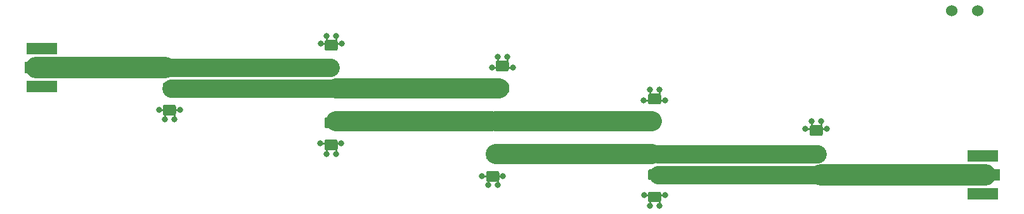
<source format=gbr>
G04 #@! TF.GenerationSoftware,KiCad,Pcbnew,5.1.2-f72e74a~84~ubuntu18.04.1*
G04 #@! TF.CreationDate,2019-07-26T13:12:55+02:00*
G04 #@! TF.ProjectId,filtre_calcule,66696c74-7265-45f6-9361-6c63756c652e,rev?*
G04 #@! TF.SameCoordinates,Original*
G04 #@! TF.FileFunction,Copper,L1,Top*
G04 #@! TF.FilePolarity,Positive*
%FSLAX46Y46*%
G04 Gerber Fmt 4.6, Leading zero omitted, Abs format (unit mm)*
G04 Created by KiCad (PCBNEW 5.1.2-f72e74a~84~ubuntu18.04.1) date 2019-07-26 13:12:55*
%MOMM*%
%LPD*%
G04 APERTURE LIST*
%ADD10C,1.524000*%
%ADD11R,4.060000X1.520000*%
%ADD12R,4.600000X1.520000*%
%ADD13C,0.100000*%
%ADD14C,1.425000*%
%ADD15C,0.800000*%
%ADD16C,0.250000*%
%ADD17C,2.900000*%
%ADD18C,2.440190*%
%ADD19C,2.720420*%
G04 APERTURE END LIST*
D10*
X187325000Y-73025000D03*
X183825000Y-73025000D03*
D11*
X187960000Y-97580000D03*
X187960000Y-92500000D03*
D12*
X187960000Y-95040000D03*
D11*
X62310000Y-78105000D03*
X62310000Y-83185000D03*
D12*
X62310000Y-80645000D03*
D13*
G36*
X144794504Y-94321204D02*
G01*
X144818773Y-94324804D01*
X144842571Y-94330765D01*
X144865671Y-94339030D01*
X144887849Y-94349520D01*
X144908893Y-94362133D01*
X144928598Y-94376747D01*
X144946777Y-94393223D01*
X144963253Y-94411402D01*
X144977867Y-94431107D01*
X144990480Y-94452151D01*
X145000970Y-94474329D01*
X145009235Y-94497429D01*
X145015196Y-94521227D01*
X145018796Y-94545496D01*
X145020000Y-94570000D01*
X145020000Y-95495000D01*
X145018796Y-95519504D01*
X145015196Y-95543773D01*
X145009235Y-95567571D01*
X145000970Y-95590671D01*
X144990480Y-95612849D01*
X144977867Y-95633893D01*
X144963253Y-95653598D01*
X144946777Y-95671777D01*
X144928598Y-95688253D01*
X144908893Y-95702867D01*
X144887849Y-95715480D01*
X144865671Y-95725970D01*
X144842571Y-95734235D01*
X144818773Y-95740196D01*
X144794504Y-95743796D01*
X144770000Y-95745000D01*
X143520000Y-95745000D01*
X143495496Y-95743796D01*
X143471227Y-95740196D01*
X143447429Y-95734235D01*
X143424329Y-95725970D01*
X143402151Y-95715480D01*
X143381107Y-95702867D01*
X143361402Y-95688253D01*
X143343223Y-95671777D01*
X143326747Y-95653598D01*
X143312133Y-95633893D01*
X143299520Y-95612849D01*
X143289030Y-95590671D01*
X143280765Y-95567571D01*
X143274804Y-95543773D01*
X143271204Y-95519504D01*
X143270000Y-95495000D01*
X143270000Y-94570000D01*
X143271204Y-94545496D01*
X143274804Y-94521227D01*
X143280765Y-94497429D01*
X143289030Y-94474329D01*
X143299520Y-94452151D01*
X143312133Y-94431107D01*
X143326747Y-94411402D01*
X143343223Y-94393223D01*
X143361402Y-94376747D01*
X143381107Y-94362133D01*
X143402151Y-94349520D01*
X143424329Y-94339030D01*
X143447429Y-94330765D01*
X143471227Y-94324804D01*
X143495496Y-94321204D01*
X143520000Y-94320000D01*
X144770000Y-94320000D01*
X144794504Y-94321204D01*
X144794504Y-94321204D01*
G37*
D14*
X144145000Y-95032500D03*
D13*
G36*
X144794504Y-97296204D02*
G01*
X144818773Y-97299804D01*
X144842571Y-97305765D01*
X144865671Y-97314030D01*
X144887849Y-97324520D01*
X144908893Y-97337133D01*
X144928598Y-97351747D01*
X144946777Y-97368223D01*
X144963253Y-97386402D01*
X144977867Y-97406107D01*
X144990480Y-97427151D01*
X145000970Y-97449329D01*
X145009235Y-97472429D01*
X145015196Y-97496227D01*
X145018796Y-97520496D01*
X145020000Y-97545000D01*
X145020000Y-98470000D01*
X145018796Y-98494504D01*
X145015196Y-98518773D01*
X145009235Y-98542571D01*
X145000970Y-98565671D01*
X144990480Y-98587849D01*
X144977867Y-98608893D01*
X144963253Y-98628598D01*
X144946777Y-98646777D01*
X144928598Y-98663253D01*
X144908893Y-98677867D01*
X144887849Y-98690480D01*
X144865671Y-98700970D01*
X144842571Y-98709235D01*
X144818773Y-98715196D01*
X144794504Y-98718796D01*
X144770000Y-98720000D01*
X143520000Y-98720000D01*
X143495496Y-98718796D01*
X143471227Y-98715196D01*
X143447429Y-98709235D01*
X143424329Y-98700970D01*
X143402151Y-98690480D01*
X143381107Y-98677867D01*
X143361402Y-98663253D01*
X143343223Y-98646777D01*
X143326747Y-98628598D01*
X143312133Y-98608893D01*
X143299520Y-98587849D01*
X143289030Y-98565671D01*
X143280765Y-98542571D01*
X143274804Y-98518773D01*
X143271204Y-98494504D01*
X143270000Y-98470000D01*
X143270000Y-97545000D01*
X143271204Y-97520496D01*
X143274804Y-97496227D01*
X143280765Y-97472429D01*
X143289030Y-97449329D01*
X143299520Y-97427151D01*
X143312133Y-97406107D01*
X143326747Y-97386402D01*
X143343223Y-97368223D01*
X143361402Y-97351747D01*
X143381107Y-97337133D01*
X143402151Y-97324520D01*
X143424329Y-97314030D01*
X143447429Y-97305765D01*
X143471227Y-97299804D01*
X143495496Y-97296204D01*
X143520000Y-97295000D01*
X144770000Y-97295000D01*
X144794504Y-97296204D01*
X144794504Y-97296204D01*
G37*
D14*
X144145000Y-98007500D03*
D13*
G36*
X166384504Y-88388704D02*
G01*
X166408773Y-88392304D01*
X166432571Y-88398265D01*
X166455671Y-88406530D01*
X166477849Y-88417020D01*
X166498893Y-88429633D01*
X166518598Y-88444247D01*
X166536777Y-88460723D01*
X166553253Y-88478902D01*
X166567867Y-88498607D01*
X166580480Y-88519651D01*
X166590970Y-88541829D01*
X166599235Y-88564929D01*
X166605196Y-88588727D01*
X166608796Y-88612996D01*
X166610000Y-88637500D01*
X166610000Y-89562500D01*
X166608796Y-89587004D01*
X166605196Y-89611273D01*
X166599235Y-89635071D01*
X166590970Y-89658171D01*
X166580480Y-89680349D01*
X166567867Y-89701393D01*
X166553253Y-89721098D01*
X166536777Y-89739277D01*
X166518598Y-89755753D01*
X166498893Y-89770367D01*
X166477849Y-89782980D01*
X166455671Y-89793470D01*
X166432571Y-89801735D01*
X166408773Y-89807696D01*
X166384504Y-89811296D01*
X166360000Y-89812500D01*
X165110000Y-89812500D01*
X165085496Y-89811296D01*
X165061227Y-89807696D01*
X165037429Y-89801735D01*
X165014329Y-89793470D01*
X164992151Y-89782980D01*
X164971107Y-89770367D01*
X164951402Y-89755753D01*
X164933223Y-89739277D01*
X164916747Y-89721098D01*
X164902133Y-89701393D01*
X164889520Y-89680349D01*
X164879030Y-89658171D01*
X164870765Y-89635071D01*
X164864804Y-89611273D01*
X164861204Y-89587004D01*
X164860000Y-89562500D01*
X164860000Y-88637500D01*
X164861204Y-88612996D01*
X164864804Y-88588727D01*
X164870765Y-88564929D01*
X164879030Y-88541829D01*
X164889520Y-88519651D01*
X164902133Y-88498607D01*
X164916747Y-88478902D01*
X164933223Y-88460723D01*
X164951402Y-88444247D01*
X164971107Y-88429633D01*
X164992151Y-88417020D01*
X165014329Y-88406530D01*
X165037429Y-88398265D01*
X165061227Y-88392304D01*
X165085496Y-88388704D01*
X165110000Y-88387500D01*
X166360000Y-88387500D01*
X166384504Y-88388704D01*
X166384504Y-88388704D01*
G37*
D14*
X165735000Y-89100000D03*
D13*
G36*
X166384504Y-91363704D02*
G01*
X166408773Y-91367304D01*
X166432571Y-91373265D01*
X166455671Y-91381530D01*
X166477849Y-91392020D01*
X166498893Y-91404633D01*
X166518598Y-91419247D01*
X166536777Y-91435723D01*
X166553253Y-91453902D01*
X166567867Y-91473607D01*
X166580480Y-91494651D01*
X166590970Y-91516829D01*
X166599235Y-91539929D01*
X166605196Y-91563727D01*
X166608796Y-91587996D01*
X166610000Y-91612500D01*
X166610000Y-92537500D01*
X166608796Y-92562004D01*
X166605196Y-92586273D01*
X166599235Y-92610071D01*
X166590970Y-92633171D01*
X166580480Y-92655349D01*
X166567867Y-92676393D01*
X166553253Y-92696098D01*
X166536777Y-92714277D01*
X166518598Y-92730753D01*
X166498893Y-92745367D01*
X166477849Y-92757980D01*
X166455671Y-92768470D01*
X166432571Y-92776735D01*
X166408773Y-92782696D01*
X166384504Y-92786296D01*
X166360000Y-92787500D01*
X165110000Y-92787500D01*
X165085496Y-92786296D01*
X165061227Y-92782696D01*
X165037429Y-92776735D01*
X165014329Y-92768470D01*
X164992151Y-92757980D01*
X164971107Y-92745367D01*
X164951402Y-92730753D01*
X164933223Y-92714277D01*
X164916747Y-92696098D01*
X164902133Y-92676393D01*
X164889520Y-92655349D01*
X164879030Y-92633171D01*
X164870765Y-92610071D01*
X164864804Y-92586273D01*
X164861204Y-92562004D01*
X164860000Y-92537500D01*
X164860000Y-91612500D01*
X164861204Y-91587996D01*
X164864804Y-91563727D01*
X164870765Y-91539929D01*
X164879030Y-91516829D01*
X164889520Y-91494651D01*
X164902133Y-91473607D01*
X164916747Y-91453902D01*
X164933223Y-91435723D01*
X164951402Y-91419247D01*
X164971107Y-91404633D01*
X164992151Y-91392020D01*
X165014329Y-91381530D01*
X165037429Y-91373265D01*
X165061227Y-91367304D01*
X165085496Y-91363704D01*
X165110000Y-91362500D01*
X166360000Y-91362500D01*
X166384504Y-91363704D01*
X166384504Y-91363704D01*
G37*
D14*
X165735000Y-92075000D03*
D13*
G36*
X123204504Y-91563704D02*
G01*
X123228773Y-91567304D01*
X123252571Y-91573265D01*
X123275671Y-91581530D01*
X123297849Y-91592020D01*
X123318893Y-91604633D01*
X123338598Y-91619247D01*
X123356777Y-91635723D01*
X123373253Y-91653902D01*
X123387867Y-91673607D01*
X123400480Y-91694651D01*
X123410970Y-91716829D01*
X123419235Y-91739929D01*
X123425196Y-91763727D01*
X123428796Y-91787996D01*
X123430000Y-91812500D01*
X123430000Y-92737500D01*
X123428796Y-92762004D01*
X123425196Y-92786273D01*
X123419235Y-92810071D01*
X123410970Y-92833171D01*
X123400480Y-92855349D01*
X123387867Y-92876393D01*
X123373253Y-92896098D01*
X123356777Y-92914277D01*
X123338598Y-92930753D01*
X123318893Y-92945367D01*
X123297849Y-92957980D01*
X123275671Y-92968470D01*
X123252571Y-92976735D01*
X123228773Y-92982696D01*
X123204504Y-92986296D01*
X123180000Y-92987500D01*
X121930000Y-92987500D01*
X121905496Y-92986296D01*
X121881227Y-92982696D01*
X121857429Y-92976735D01*
X121834329Y-92968470D01*
X121812151Y-92957980D01*
X121791107Y-92945367D01*
X121771402Y-92930753D01*
X121753223Y-92914277D01*
X121736747Y-92896098D01*
X121722133Y-92876393D01*
X121709520Y-92855349D01*
X121699030Y-92833171D01*
X121690765Y-92810071D01*
X121684804Y-92786273D01*
X121681204Y-92762004D01*
X121680000Y-92737500D01*
X121680000Y-91812500D01*
X121681204Y-91787996D01*
X121684804Y-91763727D01*
X121690765Y-91739929D01*
X121699030Y-91716829D01*
X121709520Y-91694651D01*
X121722133Y-91673607D01*
X121736747Y-91653902D01*
X121753223Y-91635723D01*
X121771402Y-91619247D01*
X121791107Y-91604633D01*
X121812151Y-91592020D01*
X121834329Y-91581530D01*
X121857429Y-91573265D01*
X121881227Y-91567304D01*
X121905496Y-91563704D01*
X121930000Y-91562500D01*
X123180000Y-91562500D01*
X123204504Y-91563704D01*
X123204504Y-91563704D01*
G37*
D14*
X122555000Y-92275000D03*
D13*
G36*
X123204504Y-94538704D02*
G01*
X123228773Y-94542304D01*
X123252571Y-94548265D01*
X123275671Y-94556530D01*
X123297849Y-94567020D01*
X123318893Y-94579633D01*
X123338598Y-94594247D01*
X123356777Y-94610723D01*
X123373253Y-94628902D01*
X123387867Y-94648607D01*
X123400480Y-94669651D01*
X123410970Y-94691829D01*
X123419235Y-94714929D01*
X123425196Y-94738727D01*
X123428796Y-94762996D01*
X123430000Y-94787500D01*
X123430000Y-95712500D01*
X123428796Y-95737004D01*
X123425196Y-95761273D01*
X123419235Y-95785071D01*
X123410970Y-95808171D01*
X123400480Y-95830349D01*
X123387867Y-95851393D01*
X123373253Y-95871098D01*
X123356777Y-95889277D01*
X123338598Y-95905753D01*
X123318893Y-95920367D01*
X123297849Y-95932980D01*
X123275671Y-95943470D01*
X123252571Y-95951735D01*
X123228773Y-95957696D01*
X123204504Y-95961296D01*
X123180000Y-95962500D01*
X121930000Y-95962500D01*
X121905496Y-95961296D01*
X121881227Y-95957696D01*
X121857429Y-95951735D01*
X121834329Y-95943470D01*
X121812151Y-95932980D01*
X121791107Y-95920367D01*
X121771402Y-95905753D01*
X121753223Y-95889277D01*
X121736747Y-95871098D01*
X121722133Y-95851393D01*
X121709520Y-95830349D01*
X121699030Y-95808171D01*
X121690765Y-95785071D01*
X121684804Y-95761273D01*
X121681204Y-95737004D01*
X121680000Y-95712500D01*
X121680000Y-94787500D01*
X121681204Y-94762996D01*
X121684804Y-94738727D01*
X121690765Y-94714929D01*
X121699030Y-94691829D01*
X121709520Y-94669651D01*
X121722133Y-94648607D01*
X121736747Y-94628902D01*
X121753223Y-94610723D01*
X121771402Y-94594247D01*
X121791107Y-94579633D01*
X121812151Y-94567020D01*
X121834329Y-94556530D01*
X121857429Y-94548265D01*
X121881227Y-94542304D01*
X121905496Y-94538704D01*
X121930000Y-94537500D01*
X123180000Y-94537500D01*
X123204504Y-94538704D01*
X123204504Y-94538704D01*
G37*
D14*
X122555000Y-95250000D03*
D13*
G36*
X144794504Y-84161204D02*
G01*
X144818773Y-84164804D01*
X144842571Y-84170765D01*
X144865671Y-84179030D01*
X144887849Y-84189520D01*
X144908893Y-84202133D01*
X144928598Y-84216747D01*
X144946777Y-84233223D01*
X144963253Y-84251402D01*
X144977867Y-84271107D01*
X144990480Y-84292151D01*
X145000970Y-84314329D01*
X145009235Y-84337429D01*
X145015196Y-84361227D01*
X145018796Y-84385496D01*
X145020000Y-84410000D01*
X145020000Y-85335000D01*
X145018796Y-85359504D01*
X145015196Y-85383773D01*
X145009235Y-85407571D01*
X145000970Y-85430671D01*
X144990480Y-85452849D01*
X144977867Y-85473893D01*
X144963253Y-85493598D01*
X144946777Y-85511777D01*
X144928598Y-85528253D01*
X144908893Y-85542867D01*
X144887849Y-85555480D01*
X144865671Y-85565970D01*
X144842571Y-85574235D01*
X144818773Y-85580196D01*
X144794504Y-85583796D01*
X144770000Y-85585000D01*
X143520000Y-85585000D01*
X143495496Y-85583796D01*
X143471227Y-85580196D01*
X143447429Y-85574235D01*
X143424329Y-85565970D01*
X143402151Y-85555480D01*
X143381107Y-85542867D01*
X143361402Y-85528253D01*
X143343223Y-85511777D01*
X143326747Y-85493598D01*
X143312133Y-85473893D01*
X143299520Y-85452849D01*
X143289030Y-85430671D01*
X143280765Y-85407571D01*
X143274804Y-85383773D01*
X143271204Y-85359504D01*
X143270000Y-85335000D01*
X143270000Y-84410000D01*
X143271204Y-84385496D01*
X143274804Y-84361227D01*
X143280765Y-84337429D01*
X143289030Y-84314329D01*
X143299520Y-84292151D01*
X143312133Y-84271107D01*
X143326747Y-84251402D01*
X143343223Y-84233223D01*
X143361402Y-84216747D01*
X143381107Y-84202133D01*
X143402151Y-84189520D01*
X143424329Y-84179030D01*
X143447429Y-84170765D01*
X143471227Y-84164804D01*
X143495496Y-84161204D01*
X143520000Y-84160000D01*
X144770000Y-84160000D01*
X144794504Y-84161204D01*
X144794504Y-84161204D01*
G37*
D14*
X144145000Y-84872500D03*
D13*
G36*
X144794504Y-87136204D02*
G01*
X144818773Y-87139804D01*
X144842571Y-87145765D01*
X144865671Y-87154030D01*
X144887849Y-87164520D01*
X144908893Y-87177133D01*
X144928598Y-87191747D01*
X144946777Y-87208223D01*
X144963253Y-87226402D01*
X144977867Y-87246107D01*
X144990480Y-87267151D01*
X145000970Y-87289329D01*
X145009235Y-87312429D01*
X145015196Y-87336227D01*
X145018796Y-87360496D01*
X145020000Y-87385000D01*
X145020000Y-88310000D01*
X145018796Y-88334504D01*
X145015196Y-88358773D01*
X145009235Y-88382571D01*
X145000970Y-88405671D01*
X144990480Y-88427849D01*
X144977867Y-88448893D01*
X144963253Y-88468598D01*
X144946777Y-88486777D01*
X144928598Y-88503253D01*
X144908893Y-88517867D01*
X144887849Y-88530480D01*
X144865671Y-88540970D01*
X144842571Y-88549235D01*
X144818773Y-88555196D01*
X144794504Y-88558796D01*
X144770000Y-88560000D01*
X143520000Y-88560000D01*
X143495496Y-88558796D01*
X143471227Y-88555196D01*
X143447429Y-88549235D01*
X143424329Y-88540970D01*
X143402151Y-88530480D01*
X143381107Y-88517867D01*
X143361402Y-88503253D01*
X143343223Y-88486777D01*
X143326747Y-88468598D01*
X143312133Y-88448893D01*
X143299520Y-88427849D01*
X143289030Y-88405671D01*
X143280765Y-88382571D01*
X143274804Y-88358773D01*
X143271204Y-88334504D01*
X143270000Y-88310000D01*
X143270000Y-87385000D01*
X143271204Y-87360496D01*
X143274804Y-87336227D01*
X143280765Y-87312429D01*
X143289030Y-87289329D01*
X143299520Y-87267151D01*
X143312133Y-87246107D01*
X143326747Y-87226402D01*
X143343223Y-87208223D01*
X143361402Y-87191747D01*
X143381107Y-87177133D01*
X143402151Y-87164520D01*
X143424329Y-87154030D01*
X143447429Y-87145765D01*
X143471227Y-87139804D01*
X143495496Y-87136204D01*
X143520000Y-87135000D01*
X144770000Y-87135000D01*
X144794504Y-87136204D01*
X144794504Y-87136204D01*
G37*
D14*
X144145000Y-87847500D03*
D13*
G36*
X101614504Y-87336204D02*
G01*
X101638773Y-87339804D01*
X101662571Y-87345765D01*
X101685671Y-87354030D01*
X101707849Y-87364520D01*
X101728893Y-87377133D01*
X101748598Y-87391747D01*
X101766777Y-87408223D01*
X101783253Y-87426402D01*
X101797867Y-87446107D01*
X101810480Y-87467151D01*
X101820970Y-87489329D01*
X101829235Y-87512429D01*
X101835196Y-87536227D01*
X101838796Y-87560496D01*
X101840000Y-87585000D01*
X101840000Y-88510000D01*
X101838796Y-88534504D01*
X101835196Y-88558773D01*
X101829235Y-88582571D01*
X101820970Y-88605671D01*
X101810480Y-88627849D01*
X101797867Y-88648893D01*
X101783253Y-88668598D01*
X101766777Y-88686777D01*
X101748598Y-88703253D01*
X101728893Y-88717867D01*
X101707849Y-88730480D01*
X101685671Y-88740970D01*
X101662571Y-88749235D01*
X101638773Y-88755196D01*
X101614504Y-88758796D01*
X101590000Y-88760000D01*
X100340000Y-88760000D01*
X100315496Y-88758796D01*
X100291227Y-88755196D01*
X100267429Y-88749235D01*
X100244329Y-88740970D01*
X100222151Y-88730480D01*
X100201107Y-88717867D01*
X100181402Y-88703253D01*
X100163223Y-88686777D01*
X100146747Y-88668598D01*
X100132133Y-88648893D01*
X100119520Y-88627849D01*
X100109030Y-88605671D01*
X100100765Y-88582571D01*
X100094804Y-88558773D01*
X100091204Y-88534504D01*
X100090000Y-88510000D01*
X100090000Y-87585000D01*
X100091204Y-87560496D01*
X100094804Y-87536227D01*
X100100765Y-87512429D01*
X100109030Y-87489329D01*
X100119520Y-87467151D01*
X100132133Y-87446107D01*
X100146747Y-87426402D01*
X100163223Y-87408223D01*
X100181402Y-87391747D01*
X100201107Y-87377133D01*
X100222151Y-87364520D01*
X100244329Y-87354030D01*
X100267429Y-87345765D01*
X100291227Y-87339804D01*
X100315496Y-87336204D01*
X100340000Y-87335000D01*
X101590000Y-87335000D01*
X101614504Y-87336204D01*
X101614504Y-87336204D01*
G37*
D14*
X100965000Y-88047500D03*
D13*
G36*
X101614504Y-90311204D02*
G01*
X101638773Y-90314804D01*
X101662571Y-90320765D01*
X101685671Y-90329030D01*
X101707849Y-90339520D01*
X101728893Y-90352133D01*
X101748598Y-90366747D01*
X101766777Y-90383223D01*
X101783253Y-90401402D01*
X101797867Y-90421107D01*
X101810480Y-90442151D01*
X101820970Y-90464329D01*
X101829235Y-90487429D01*
X101835196Y-90511227D01*
X101838796Y-90535496D01*
X101840000Y-90560000D01*
X101840000Y-91485000D01*
X101838796Y-91509504D01*
X101835196Y-91533773D01*
X101829235Y-91557571D01*
X101820970Y-91580671D01*
X101810480Y-91602849D01*
X101797867Y-91623893D01*
X101783253Y-91643598D01*
X101766777Y-91661777D01*
X101748598Y-91678253D01*
X101728893Y-91692867D01*
X101707849Y-91705480D01*
X101685671Y-91715970D01*
X101662571Y-91724235D01*
X101638773Y-91730196D01*
X101614504Y-91733796D01*
X101590000Y-91735000D01*
X100340000Y-91735000D01*
X100315496Y-91733796D01*
X100291227Y-91730196D01*
X100267429Y-91724235D01*
X100244329Y-91715970D01*
X100222151Y-91705480D01*
X100201107Y-91692867D01*
X100181402Y-91678253D01*
X100163223Y-91661777D01*
X100146747Y-91643598D01*
X100132133Y-91623893D01*
X100119520Y-91602849D01*
X100109030Y-91580671D01*
X100100765Y-91557571D01*
X100094804Y-91533773D01*
X100091204Y-91509504D01*
X100090000Y-91485000D01*
X100090000Y-90560000D01*
X100091204Y-90535496D01*
X100094804Y-90511227D01*
X100100765Y-90487429D01*
X100109030Y-90464329D01*
X100119520Y-90442151D01*
X100132133Y-90421107D01*
X100146747Y-90401402D01*
X100163223Y-90383223D01*
X100181402Y-90366747D01*
X100201107Y-90352133D01*
X100222151Y-90339520D01*
X100244329Y-90329030D01*
X100267429Y-90320765D01*
X100291227Y-90314804D01*
X100315496Y-90311204D01*
X100340000Y-90310000D01*
X101590000Y-90310000D01*
X101614504Y-90311204D01*
X101614504Y-90311204D01*
G37*
D14*
X100965000Y-91022500D03*
D13*
G36*
X124474504Y-79716204D02*
G01*
X124498773Y-79719804D01*
X124522571Y-79725765D01*
X124545671Y-79734030D01*
X124567849Y-79744520D01*
X124588893Y-79757133D01*
X124608598Y-79771747D01*
X124626777Y-79788223D01*
X124643253Y-79806402D01*
X124657867Y-79826107D01*
X124670480Y-79847151D01*
X124680970Y-79869329D01*
X124689235Y-79892429D01*
X124695196Y-79916227D01*
X124698796Y-79940496D01*
X124700000Y-79965000D01*
X124700000Y-80890000D01*
X124698796Y-80914504D01*
X124695196Y-80938773D01*
X124689235Y-80962571D01*
X124680970Y-80985671D01*
X124670480Y-81007849D01*
X124657867Y-81028893D01*
X124643253Y-81048598D01*
X124626777Y-81066777D01*
X124608598Y-81083253D01*
X124588893Y-81097867D01*
X124567849Y-81110480D01*
X124545671Y-81120970D01*
X124522571Y-81129235D01*
X124498773Y-81135196D01*
X124474504Y-81138796D01*
X124450000Y-81140000D01*
X123200000Y-81140000D01*
X123175496Y-81138796D01*
X123151227Y-81135196D01*
X123127429Y-81129235D01*
X123104329Y-81120970D01*
X123082151Y-81110480D01*
X123061107Y-81097867D01*
X123041402Y-81083253D01*
X123023223Y-81066777D01*
X123006747Y-81048598D01*
X122992133Y-81028893D01*
X122979520Y-81007849D01*
X122969030Y-80985671D01*
X122960765Y-80962571D01*
X122954804Y-80938773D01*
X122951204Y-80914504D01*
X122950000Y-80890000D01*
X122950000Y-79965000D01*
X122951204Y-79940496D01*
X122954804Y-79916227D01*
X122960765Y-79892429D01*
X122969030Y-79869329D01*
X122979520Y-79847151D01*
X122992133Y-79826107D01*
X123006747Y-79806402D01*
X123023223Y-79788223D01*
X123041402Y-79771747D01*
X123061107Y-79757133D01*
X123082151Y-79744520D01*
X123104329Y-79734030D01*
X123127429Y-79725765D01*
X123151227Y-79719804D01*
X123175496Y-79716204D01*
X123200000Y-79715000D01*
X124450000Y-79715000D01*
X124474504Y-79716204D01*
X124474504Y-79716204D01*
G37*
D14*
X123825000Y-80427500D03*
D13*
G36*
X124474504Y-82691204D02*
G01*
X124498773Y-82694804D01*
X124522571Y-82700765D01*
X124545671Y-82709030D01*
X124567849Y-82719520D01*
X124588893Y-82732133D01*
X124608598Y-82746747D01*
X124626777Y-82763223D01*
X124643253Y-82781402D01*
X124657867Y-82801107D01*
X124670480Y-82822151D01*
X124680970Y-82844329D01*
X124689235Y-82867429D01*
X124695196Y-82891227D01*
X124698796Y-82915496D01*
X124700000Y-82940000D01*
X124700000Y-83865000D01*
X124698796Y-83889504D01*
X124695196Y-83913773D01*
X124689235Y-83937571D01*
X124680970Y-83960671D01*
X124670480Y-83982849D01*
X124657867Y-84003893D01*
X124643253Y-84023598D01*
X124626777Y-84041777D01*
X124608598Y-84058253D01*
X124588893Y-84072867D01*
X124567849Y-84085480D01*
X124545671Y-84095970D01*
X124522571Y-84104235D01*
X124498773Y-84110196D01*
X124474504Y-84113796D01*
X124450000Y-84115000D01*
X123200000Y-84115000D01*
X123175496Y-84113796D01*
X123151227Y-84110196D01*
X123127429Y-84104235D01*
X123104329Y-84095970D01*
X123082151Y-84085480D01*
X123061107Y-84072867D01*
X123041402Y-84058253D01*
X123023223Y-84041777D01*
X123006747Y-84023598D01*
X122992133Y-84003893D01*
X122979520Y-83982849D01*
X122969030Y-83960671D01*
X122960765Y-83937571D01*
X122954804Y-83913773D01*
X122951204Y-83889504D01*
X122950000Y-83865000D01*
X122950000Y-82940000D01*
X122951204Y-82915496D01*
X122954804Y-82891227D01*
X122960765Y-82867429D01*
X122969030Y-82844329D01*
X122979520Y-82822151D01*
X122992133Y-82801107D01*
X123006747Y-82781402D01*
X123023223Y-82763223D01*
X123041402Y-82746747D01*
X123061107Y-82732133D01*
X123082151Y-82719520D01*
X123104329Y-82709030D01*
X123127429Y-82700765D01*
X123151227Y-82694804D01*
X123175496Y-82691204D01*
X123200000Y-82690000D01*
X124450000Y-82690000D01*
X124474504Y-82691204D01*
X124474504Y-82691204D01*
G37*
D14*
X123825000Y-83402500D03*
D13*
G36*
X80024504Y-82673704D02*
G01*
X80048773Y-82677304D01*
X80072571Y-82683265D01*
X80095671Y-82691530D01*
X80117849Y-82702020D01*
X80138893Y-82714633D01*
X80158598Y-82729247D01*
X80176777Y-82745723D01*
X80193253Y-82763902D01*
X80207867Y-82783607D01*
X80220480Y-82804651D01*
X80230970Y-82826829D01*
X80239235Y-82849929D01*
X80245196Y-82873727D01*
X80248796Y-82897996D01*
X80250000Y-82922500D01*
X80250000Y-83847500D01*
X80248796Y-83872004D01*
X80245196Y-83896273D01*
X80239235Y-83920071D01*
X80230970Y-83943171D01*
X80220480Y-83965349D01*
X80207867Y-83986393D01*
X80193253Y-84006098D01*
X80176777Y-84024277D01*
X80158598Y-84040753D01*
X80138893Y-84055367D01*
X80117849Y-84067980D01*
X80095671Y-84078470D01*
X80072571Y-84086735D01*
X80048773Y-84092696D01*
X80024504Y-84096296D01*
X80000000Y-84097500D01*
X78750000Y-84097500D01*
X78725496Y-84096296D01*
X78701227Y-84092696D01*
X78677429Y-84086735D01*
X78654329Y-84078470D01*
X78632151Y-84067980D01*
X78611107Y-84055367D01*
X78591402Y-84040753D01*
X78573223Y-84024277D01*
X78556747Y-84006098D01*
X78542133Y-83986393D01*
X78529520Y-83965349D01*
X78519030Y-83943171D01*
X78510765Y-83920071D01*
X78504804Y-83896273D01*
X78501204Y-83872004D01*
X78500000Y-83847500D01*
X78500000Y-82922500D01*
X78501204Y-82897996D01*
X78504804Y-82873727D01*
X78510765Y-82849929D01*
X78519030Y-82826829D01*
X78529520Y-82804651D01*
X78542133Y-82783607D01*
X78556747Y-82763902D01*
X78573223Y-82745723D01*
X78591402Y-82729247D01*
X78611107Y-82714633D01*
X78632151Y-82702020D01*
X78654329Y-82691530D01*
X78677429Y-82683265D01*
X78701227Y-82677304D01*
X78725496Y-82673704D01*
X78750000Y-82672500D01*
X80000000Y-82672500D01*
X80024504Y-82673704D01*
X80024504Y-82673704D01*
G37*
D14*
X79375000Y-83385000D03*
D13*
G36*
X80024504Y-85648704D02*
G01*
X80048773Y-85652304D01*
X80072571Y-85658265D01*
X80095671Y-85666530D01*
X80117849Y-85677020D01*
X80138893Y-85689633D01*
X80158598Y-85704247D01*
X80176777Y-85720723D01*
X80193253Y-85738902D01*
X80207867Y-85758607D01*
X80220480Y-85779651D01*
X80230970Y-85801829D01*
X80239235Y-85824929D01*
X80245196Y-85848727D01*
X80248796Y-85872996D01*
X80250000Y-85897500D01*
X80250000Y-86822500D01*
X80248796Y-86847004D01*
X80245196Y-86871273D01*
X80239235Y-86895071D01*
X80230970Y-86918171D01*
X80220480Y-86940349D01*
X80207867Y-86961393D01*
X80193253Y-86981098D01*
X80176777Y-86999277D01*
X80158598Y-87015753D01*
X80138893Y-87030367D01*
X80117849Y-87042980D01*
X80095671Y-87053470D01*
X80072571Y-87061735D01*
X80048773Y-87067696D01*
X80024504Y-87071296D01*
X80000000Y-87072500D01*
X78750000Y-87072500D01*
X78725496Y-87071296D01*
X78701227Y-87067696D01*
X78677429Y-87061735D01*
X78654329Y-87053470D01*
X78632151Y-87042980D01*
X78611107Y-87030367D01*
X78591402Y-87015753D01*
X78573223Y-86999277D01*
X78556747Y-86981098D01*
X78542133Y-86961393D01*
X78529520Y-86940349D01*
X78519030Y-86918171D01*
X78510765Y-86895071D01*
X78504804Y-86871273D01*
X78501204Y-86847004D01*
X78500000Y-86822500D01*
X78500000Y-85897500D01*
X78501204Y-85872996D01*
X78504804Y-85848727D01*
X78510765Y-85824929D01*
X78519030Y-85801829D01*
X78529520Y-85779651D01*
X78542133Y-85758607D01*
X78556747Y-85738902D01*
X78573223Y-85720723D01*
X78591402Y-85704247D01*
X78611107Y-85689633D01*
X78632151Y-85677020D01*
X78654329Y-85666530D01*
X78677429Y-85658265D01*
X78701227Y-85652304D01*
X78725496Y-85648704D01*
X78750000Y-85647500D01*
X80000000Y-85647500D01*
X80024504Y-85648704D01*
X80024504Y-85648704D01*
G37*
D14*
X79375000Y-86360000D03*
D13*
G36*
X101614504Y-76958704D02*
G01*
X101638773Y-76962304D01*
X101662571Y-76968265D01*
X101685671Y-76976530D01*
X101707849Y-76987020D01*
X101728893Y-76999633D01*
X101748598Y-77014247D01*
X101766777Y-77030723D01*
X101783253Y-77048902D01*
X101797867Y-77068607D01*
X101810480Y-77089651D01*
X101820970Y-77111829D01*
X101829235Y-77134929D01*
X101835196Y-77158727D01*
X101838796Y-77182996D01*
X101840000Y-77207500D01*
X101840000Y-78132500D01*
X101838796Y-78157004D01*
X101835196Y-78181273D01*
X101829235Y-78205071D01*
X101820970Y-78228171D01*
X101810480Y-78250349D01*
X101797867Y-78271393D01*
X101783253Y-78291098D01*
X101766777Y-78309277D01*
X101748598Y-78325753D01*
X101728893Y-78340367D01*
X101707849Y-78352980D01*
X101685671Y-78363470D01*
X101662571Y-78371735D01*
X101638773Y-78377696D01*
X101614504Y-78381296D01*
X101590000Y-78382500D01*
X100340000Y-78382500D01*
X100315496Y-78381296D01*
X100291227Y-78377696D01*
X100267429Y-78371735D01*
X100244329Y-78363470D01*
X100222151Y-78352980D01*
X100201107Y-78340367D01*
X100181402Y-78325753D01*
X100163223Y-78309277D01*
X100146747Y-78291098D01*
X100132133Y-78271393D01*
X100119520Y-78250349D01*
X100109030Y-78228171D01*
X100100765Y-78205071D01*
X100094804Y-78181273D01*
X100091204Y-78157004D01*
X100090000Y-78132500D01*
X100090000Y-77207500D01*
X100091204Y-77182996D01*
X100094804Y-77158727D01*
X100100765Y-77134929D01*
X100109030Y-77111829D01*
X100119520Y-77089651D01*
X100132133Y-77068607D01*
X100146747Y-77048902D01*
X100163223Y-77030723D01*
X100181402Y-77014247D01*
X100201107Y-76999633D01*
X100222151Y-76987020D01*
X100244329Y-76976530D01*
X100267429Y-76968265D01*
X100291227Y-76962304D01*
X100315496Y-76958704D01*
X100340000Y-76957500D01*
X101590000Y-76957500D01*
X101614504Y-76958704D01*
X101614504Y-76958704D01*
G37*
D14*
X100965000Y-77670000D03*
D13*
G36*
X101614504Y-79933704D02*
G01*
X101638773Y-79937304D01*
X101662571Y-79943265D01*
X101685671Y-79951530D01*
X101707849Y-79962020D01*
X101728893Y-79974633D01*
X101748598Y-79989247D01*
X101766777Y-80005723D01*
X101783253Y-80023902D01*
X101797867Y-80043607D01*
X101810480Y-80064651D01*
X101820970Y-80086829D01*
X101829235Y-80109929D01*
X101835196Y-80133727D01*
X101838796Y-80157996D01*
X101840000Y-80182500D01*
X101840000Y-81107500D01*
X101838796Y-81132004D01*
X101835196Y-81156273D01*
X101829235Y-81180071D01*
X101820970Y-81203171D01*
X101810480Y-81225349D01*
X101797867Y-81246393D01*
X101783253Y-81266098D01*
X101766777Y-81284277D01*
X101748598Y-81300753D01*
X101728893Y-81315367D01*
X101707849Y-81327980D01*
X101685671Y-81338470D01*
X101662571Y-81346735D01*
X101638773Y-81352696D01*
X101614504Y-81356296D01*
X101590000Y-81357500D01*
X100340000Y-81357500D01*
X100315496Y-81356296D01*
X100291227Y-81352696D01*
X100267429Y-81346735D01*
X100244329Y-81338470D01*
X100222151Y-81327980D01*
X100201107Y-81315367D01*
X100181402Y-81300753D01*
X100163223Y-81284277D01*
X100146747Y-81266098D01*
X100132133Y-81246393D01*
X100119520Y-81225349D01*
X100109030Y-81203171D01*
X100100765Y-81180071D01*
X100094804Y-81156273D01*
X100091204Y-81132004D01*
X100090000Y-81107500D01*
X100090000Y-80182500D01*
X100091204Y-80157996D01*
X100094804Y-80133727D01*
X100100765Y-80109929D01*
X100109030Y-80086829D01*
X100119520Y-80064651D01*
X100132133Y-80043607D01*
X100146747Y-80023902D01*
X100163223Y-80005723D01*
X100181402Y-79989247D01*
X100201107Y-79974633D01*
X100222151Y-79962020D01*
X100244329Y-79951530D01*
X100267429Y-79943265D01*
X100291227Y-79937304D01*
X100315496Y-79933704D01*
X100340000Y-79932500D01*
X101590000Y-79932500D01*
X101614504Y-79933704D01*
X101614504Y-79933704D01*
G37*
D14*
X100965000Y-80645000D03*
D15*
X102365000Y-77470000D03*
X99565000Y-77470000D03*
X100965000Y-77830000D03*
X123190000Y-79220000D03*
X125220000Y-80645000D03*
X122420000Y-80645000D03*
X123825000Y-80470000D03*
X124460000Y-79220000D03*
X143510000Y-83640000D03*
X145550000Y-85090000D03*
X142700000Y-85090000D03*
X144145000Y-85040000D03*
X144780000Y-83640000D03*
X167165000Y-88900000D03*
X164315000Y-88900000D03*
X165735000Y-89260000D03*
X144780000Y-99210000D03*
X142765000Y-97790000D03*
X145565000Y-97790000D03*
X144145000Y-97810000D03*
X143510000Y-99210000D03*
X123190000Y-96440000D03*
X121135000Y-95250000D03*
X123935000Y-95250000D03*
X122555000Y-94975000D03*
X121920000Y-96440000D03*
X101600000Y-92255000D03*
X99545000Y-90805000D03*
X102345000Y-90805000D03*
X100965000Y-90805000D03*
X100330000Y-92255000D03*
X78740000Y-87600000D03*
X80010000Y-87600000D03*
X77965000Y-86360000D03*
X79375000Y-86300000D03*
X189230000Y-92710000D03*
X187960000Y-92710000D03*
X186690000Y-92710000D03*
X189230000Y-97790000D03*
X187960000Y-97790000D03*
X186690000Y-97790000D03*
X63900000Y-78105000D03*
X62230000Y-78105000D03*
X60960000Y-78105000D03*
X63500000Y-83185000D03*
X62230000Y-83185000D03*
X60960000Y-83185000D03*
X165100000Y-87860000D03*
X166370000Y-87860000D03*
X100330000Y-76455000D03*
X101600000Y-76455000D03*
X80765000Y-86360000D03*
D16*
X101182500Y-77470000D02*
X100965000Y-77252500D01*
X123190000Y-80010000D02*
X123825000Y-80645000D01*
X124460000Y-80010000D02*
X123825000Y-80645000D01*
X124042500Y-80645000D02*
X123825000Y-80427500D01*
X143510000Y-84455000D02*
X144145000Y-85090000D01*
X144780000Y-84455000D02*
X144145000Y-85090000D01*
X165952500Y-88900000D02*
X165735000Y-88682500D01*
X144780000Y-98425000D02*
X144145000Y-97790000D01*
X143510000Y-98425000D02*
X144145000Y-97790000D01*
X123190000Y-95885000D02*
X122555000Y-95250000D01*
X121920000Y-96440000D02*
X121920000Y-95885000D01*
X123190000Y-96440000D02*
X123190000Y-95885000D01*
X121920000Y-95885000D02*
X122555000Y-95250000D01*
X122337500Y-95250000D02*
X122555000Y-95467500D01*
X79157500Y-86360000D02*
X79375000Y-86577500D01*
X144780000Y-84405000D02*
X144145000Y-85040000D01*
X143510000Y-84405000D02*
X144145000Y-85040000D01*
X143510000Y-98445000D02*
X144145000Y-97810000D01*
X124460000Y-79835000D02*
X123825000Y-80470000D01*
X124460000Y-79220000D02*
X124460000Y-79835000D01*
X123190000Y-79792500D02*
X123825000Y-80427500D01*
X123190000Y-79220000D02*
X123190000Y-79792500D01*
X100330000Y-77035000D02*
X100965000Y-77670000D01*
X100330000Y-76455000D02*
X100330000Y-77035000D01*
X101600000Y-77035000D02*
X100965000Y-77670000D01*
X101600000Y-76455000D02*
X101600000Y-77035000D01*
X101165000Y-77470000D02*
X100965000Y-77670000D01*
X102365000Y-77470000D02*
X101165000Y-77470000D01*
X100765000Y-77470000D02*
X100965000Y-77670000D01*
X99565000Y-77470000D02*
X100765000Y-77470000D01*
X124000000Y-80645000D02*
X123825000Y-80470000D01*
X125220000Y-80645000D02*
X124000000Y-80645000D01*
X143927500Y-85090000D02*
X144145000Y-84872500D01*
X142700000Y-85090000D02*
X143927500Y-85090000D01*
X165535000Y-88900000D02*
X165735000Y-89100000D01*
X164315000Y-88900000D02*
X165535000Y-88900000D01*
X165100000Y-88465000D02*
X165735000Y-89100000D01*
X165100000Y-87860000D02*
X165100000Y-88465000D01*
X166370000Y-88465000D02*
X165735000Y-89100000D01*
X166370000Y-87860000D02*
X166370000Y-88465000D01*
X165935000Y-88900000D02*
X165735000Y-89100000D01*
X167165000Y-88900000D02*
X165935000Y-88900000D01*
X144362500Y-97790000D02*
X144145000Y-98007500D01*
X144780000Y-98642500D02*
X144145000Y-98007500D01*
X144780000Y-99210000D02*
X144780000Y-98642500D01*
X143510000Y-98642500D02*
X144145000Y-98007500D01*
X143510000Y-99210000D02*
X143510000Y-98642500D01*
X100330000Y-91440000D02*
X100965000Y-90805000D01*
X100330000Y-92255000D02*
X100330000Y-91440000D01*
X101600000Y-91440000D02*
X100965000Y-90805000D01*
X101600000Y-92255000D02*
X101600000Y-91440000D01*
X77965000Y-86360000D02*
X79375000Y-86360000D01*
X80765000Y-86360000D02*
X79375000Y-86360000D01*
X80010000Y-86995000D02*
X79375000Y-86360000D01*
X80010000Y-87600000D02*
X80010000Y-86995000D01*
X78740000Y-86995000D02*
X79375000Y-86360000D01*
X78740000Y-87600000D02*
X78740000Y-86995000D01*
X121135000Y-95250000D02*
X122555000Y-95250000D01*
X123935000Y-95250000D02*
X122555000Y-95250000D01*
X143927500Y-97790000D02*
X144145000Y-98007500D01*
X142765000Y-97790000D02*
X143927500Y-97790000D01*
X144165000Y-97790000D02*
X144145000Y-97810000D01*
X145565000Y-97790000D02*
X144165000Y-97790000D01*
X143510000Y-84237500D02*
X144145000Y-84872500D01*
X143510000Y-83640000D02*
X143510000Y-84237500D01*
X144780000Y-84237500D02*
X144145000Y-84872500D01*
X144780000Y-83640000D02*
X144780000Y-84237500D01*
X144362500Y-85090000D02*
X144145000Y-84872500D01*
X145550000Y-85090000D02*
X144362500Y-85090000D01*
X123607500Y-80645000D02*
X123825000Y-80427500D01*
X122420000Y-80645000D02*
X123607500Y-80645000D01*
X100747500Y-90805000D02*
X100965000Y-91022500D01*
X99545000Y-90805000D02*
X100747500Y-90805000D01*
X101182500Y-90805000D02*
X100965000Y-91022500D01*
X102345000Y-90805000D02*
X101182500Y-90805000D01*
D17*
X61595000Y-80645000D02*
X78740000Y-80645000D01*
D18*
X79650000Y-80645000D02*
X100880000Y-80645000D01*
D19*
X123000000Y-87838828D02*
X143810000Y-87838828D01*
X101600000Y-87838828D02*
X122410000Y-87838828D01*
X123000000Y-92274058D02*
X143810000Y-92274058D01*
D18*
X144620000Y-92274058D02*
X165850000Y-92274058D01*
X144620000Y-95032656D02*
X165735000Y-95032656D01*
D17*
X166370000Y-95032656D02*
X188350000Y-95032656D01*
D19*
X101600000Y-83403598D02*
X123410000Y-83403598D01*
D18*
X79650000Y-83403598D02*
X100880000Y-83403598D01*
M02*

</source>
